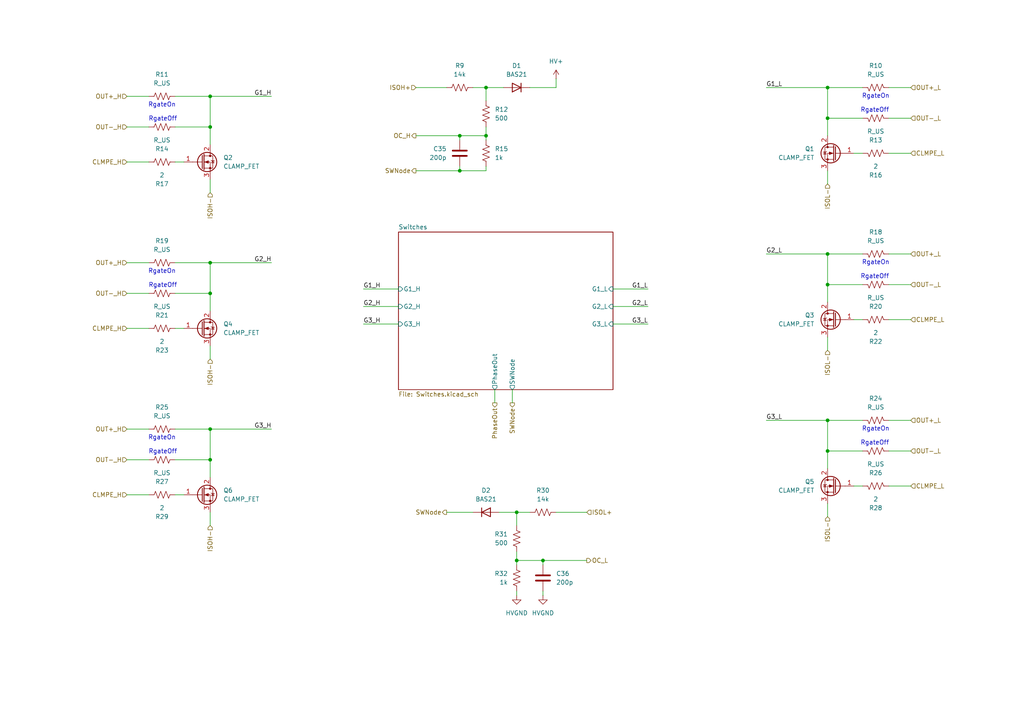
<source format=kicad_sch>
(kicad_sch (version 20250114) (generator "eeschema") (generator_version "9.0")
  (paper "A4")
  (lib_symbols
    (symbol "Device:C" (pin_numbers (hide yes)) (pin_names (offset 0.254))
      (property "Reference" "C" (at 0.635 2.54 0))
      (property "Value" "C" (at 0.635 -2.54 0))
      (symbol "C_0_1"
        (polyline (pts (xy -2.032 0.762) (xy 2.032 0.762)) (stroke (width 0.508)))
        (polyline (pts (xy -2.032 -0.762) (xy 2.032 -0.762)) (stroke (width 0.508)))
      )
      (symbol "C_1_1"
        (pin passive line (at 0 3.81 270) (length 2.794) (name "~") (number "1"))
        (pin passive line (at 0 -3.81 90) (length 2.794) (name "~") (number "2"))
      )
    )
    (symbol "Device:R_US" (pin_numbers (hide yes)) (pin_names (offset 0))
      (property "Reference" "R" (at 2.54 0 90))
      (property "Value" "R_US" (at -2.54 0 90))
      (symbol "R_US_0_1"
        (polyline (pts (xy 0 2.286) (xy 0 2.54)))
        (polyline (pts (xy 0 2.286) (xy 1.016 1.905) (xy 0 1.524) (xy -1.016 1.143) (xy 0 0.762)))
        (polyline (pts (xy 0 0.762) (xy 1.016 0.381) (xy 0 0) (xy -1.016 -0.381) (xy 0 -0.762)))
        (polyline (pts (xy 0 -0.762) (xy 1.016 -1.143) (xy 0 -1.524) (xy -1.016 -1.905) (xy 0 -2.286)))
        (polyline (pts (xy 0 -2.286) (xy 0 -2.54)))
      )
      (symbol "R_US_1_1"
        (pin passive line (at 0 3.81 270) (length 1.27) (name "~") (number "1"))
        (pin passive line (at 0 -3.81 90) (length 1.27) (name "~") (number "2"))
      )
    )
    (symbol "Diode:BAS21" (pin_numbers (hide yes)) (pin_names (hide yes))
      (property "Reference" "D" (at 0 2.54 0))
      (property "Value" "BAS21" (at 0 -2.54 0))
      (symbol "BAS21_0_1"
        (polyline (pts (xy -1.27 1.27) (xy -1.27 -1.27)) (stroke (width 0.254)))
        (polyline (pts (xy 1.27 1.27) (xy 1.27 -1.27) (xy -1.27 0) (xy 1.27 1.27)) (stroke (width 0.254)))
        (polyline (pts (xy 1.27 0) (xy -1.27 0)))
      )
      (symbol "BAS21_1_1"
        (pin passive line (at -3.81 0 0) (length 2.54) (name "K") (number "3"))
        (pin no_connect line (at -1.27 0 0) (length 2.54) (hide yes) (name "NC") (number "2"))
        (pin passive line (at 3.81 0 180) (length 2.54) (name "A") (number "1"))
      )
    )
    (symbol "Transistor_FET_Other:Q_NMOS_Depletion_GDS" (pin_names (offset 0) (hide yes))
      (property "Reference" "Q" (at 5.08 1.905 0))
      (property "Value" "Q_NMOS_Depletion_GDS" (at 5.08 0 0))
      (symbol "Q_NMOS_Depletion_GDS_0_1"
        (polyline (pts (xy 0.254 1.905) (xy 0.254 -1.905)) (stroke (width 0.254)))
        (polyline (pts (xy 0.254 0) (xy -2.54 0)))
        (polyline (pts (xy 0.762 2.286) (xy 0.762 -2.286)) (stroke (width 0.254)))
        (polyline (pts (xy 0.762 -1.778) (xy 3.302 -1.778) (xy 3.302 1.778) (xy 0.762 1.778)))
        (polyline (pts (xy 1.016 0) (xy 2.032 0.381) (xy 2.032 -0.381) (xy 1.016 0)) (fill (type outline)))
        (circle (center 1.651 0) (radius 2.794) (stroke (width 0.254)))
        (polyline (pts (xy 2.54 2.54) (xy 2.54 1.778)))
        (circle (center 2.54 1.778) (radius 0.254) (fill (type outline)))
        (circle (center 2.54 -1.778) (radius 0.254) (fill (type outline)))
        (polyline (pts (xy 2.54 -2.54) (xy 2.54 0) (xy 0.762 0)))
        (polyline (pts (xy 2.794 0.508) (xy 2.921 0.381) (xy 3.683 0.381) (xy 3.81 0.254)))
        (polyline (pts (xy 3.302 0.381) (xy 2.921 -0.254) (xy 3.683 -0.254) (xy 3.302 0.381)))
      )
      (symbol "Q_NMOS_Depletion_GDS_1_1"
        (pin input line (at -5.08 0 0) (length 2.54) (name "G") (number "1"))
        (pin passive line (at 2.54 5.08 270) (length 2.54) (name "D") (number "2"))
        (pin passive line (at 2.54 -5.08 90) (length 2.54) (name "S") (number "3"))
      )
    )
    (symbol "power:+24V" (power) (pin_numbers (hide yes)) (pin_names (offset 0) (hide yes))
      (property "Value" "+24V" (at 0 3.556 0))
      (symbol "+24V_0_1"
        (polyline (pts (xy -0.762 1.27) (xy 0 2.54)))
        (polyline (pts (xy 0 2.54) (xy 0.762 1.27)))
        (polyline (pts (xy 0 0) (xy 0 2.54)))
      )
      (symbol "+24V_1_1"
        (pin power_in line (at 0 0 90) (length 0) (name "~") (number "1"))
      )
    )
    (symbol "power:GND" (power) (pin_numbers (hide yes)) (pin_names (offset 0) (hide yes))
      (property "Value" "GND" (at 0 -3.81 0))
      (symbol "GND_0_1"
        (polyline (pts (xy 0 0) (xy 0 -1.27) (xy 1.27 -1.27) (xy 0 -2.54) (xy -1.27 -1.27) (xy 0 -1.27)))
      )
      (symbol "GND_1_1"
        (pin power_in line (at 0 0 270) (length 0) (name "~") (number "1"))
      )
    )
  )
  (text "RgateOn" (at 254 124.46 0) (effects (font (size 1.27 1.27))))
  (text "RgateOff" (at 47.244 34.544 0) (effects (font (size 1.27 1.27))))
  (text "RgateOn" (at 254 27.94 0) (effects (font (size 1.27 1.27))))
  (text "RgateOff" (at 47.244 131.064 0) (effects (font (size 1.27 1.27))))
  (text "RgateOff" (at 253.746 32.004 0) (effects (font (size 1.27 1.27))))
  (text "RgateOn" (at 46.99 30.48 0) (effects (font (size 1.27 1.27))))
  (text "RgateOn" (at 46.99 78.74 0) (effects (font (size 1.27 1.27))))
  (text "RgateOn" (at 254 76.2 0) (effects (font (size 1.27 1.27))))
  (text "RgateOff" (at 253.746 80.264 0) (effects (font (size 1.27 1.27))))
  (text "RgateOff" (at 253.746 128.524 0) (effects (font (size 1.27 1.27))))
  (text "RgateOn" (at 46.99 127 0) (effects (font (size 1.27 1.27))))
  (text "RgateOff" (at 47.244 82.804 0) (effects (font (size 1.27 1.27))))
  (junction (at 240.03 82.55))
  (junction (at 240.03 130.81))
  (junction (at 60.96 76.2))
  (junction (at 240.03 121.92))
  (junction (at 133.35 49.53))
  (junction (at 133.35 39.37))
  (junction (at 240.03 73.66))
  (junction (at 140.97 39.37))
  (junction (at 240.03 34.29))
  (junction (at 60.96 36.83))
  (junction (at 240.03 25.4))
  (junction (at 149.86 162.56))
  (junction (at 157.48 162.56))
  (junction (at 60.96 133.35))
  (junction (at 60.96 85.09))
  (junction (at 140.97 25.4))
  (junction (at 60.96 27.94))
  (junction (at 149.86 148.59))
  (junction (at 60.96 124.46))
  (wire (pts (xy 157.48 162.56) (xy 149.86 162.56)))
  (wire (pts (xy 36.83 95.25) (xy 43.18 95.25)))
  (wire (pts (xy 36.83 76.2) (xy 43.18 76.2)))
  (wire (pts (xy 140.97 36.83) (xy 140.97 39.37)))
  (wire (pts (xy 60.96 36.83) (xy 60.96 41.91)))
  (wire (pts (xy 149.86 148.59) (xy 144.78 148.59)))
  (wire (pts (xy 120.65 25.4) (xy 129.54 25.4)))
  (wire (pts (xy 240.03 73.66) (xy 240.03 82.55)))
  (wire (pts (xy 140.97 49.53) (xy 140.97 48.26)))
  (wire (pts (xy 240.03 130.81) (xy 240.03 135.89)))
  (wire (pts (xy 36.83 46.99) (xy 43.18 46.99)))
  (wire (pts (xy 264.16 73.66) (xy 257.81 73.66)))
  (wire (pts (xy 133.35 39.37) (xy 133.35 40.64)))
  (wire (pts (xy 36.83 85.09) (xy 43.18 85.09)))
  (wire (pts (xy 250.19 140.97) (xy 247.65 140.97)))
  (wire (pts (xy 105.41 93.98) (xy 115.57 93.98)))
  (wire (pts (xy 240.03 82.55) (xy 240.03 87.63)))
  (wire (pts (xy 222.25 121.92) (xy 240.03 121.92)))
  (wire (pts (xy 133.35 49.53) (xy 140.97 49.53)))
  (wire (pts (xy 50.8 76.2) (xy 60.96 76.2)))
  (wire (pts (xy 105.41 83.82) (xy 115.57 83.82)))
  (wire (pts (xy 170.18 162.56) (xy 157.48 162.56)))
  (wire (pts (xy 240.03 49.53) (xy 240.03 53.34)))
  (wire (pts (xy 60.96 76.2) (xy 60.96 85.09)))
  (wire (pts (xy 60.96 76.2) (xy 78.74 76.2)))
  (wire (pts (xy 264.16 34.29) (xy 257.81 34.29)))
  (wire (pts (xy 60.96 100.33) (xy 60.96 104.14)))
  (wire (pts (xy 120.65 49.53) (xy 133.35 49.53)))
  (wire (pts (xy 157.48 171.45) (xy 157.48 172.72)))
  (wire (pts (xy 50.8 27.94) (xy 60.96 27.94)))
  (wire (pts (xy 36.83 124.46) (xy 43.18 124.46)))
  (wire (pts (xy 120.65 39.37) (xy 133.35 39.37)))
  (wire (pts (xy 36.83 27.94) (xy 43.18 27.94)))
  (wire (pts (xy 50.8 95.25) (xy 53.34 95.25)))
  (wire (pts (xy 105.41 88.9) (xy 115.57 88.9)))
  (wire (pts (xy 60.96 148.59) (xy 60.96 152.4)))
  (wire (pts (xy 60.96 124.46) (xy 60.96 133.35)))
  (wire (pts (xy 133.35 39.37) (xy 140.97 39.37)))
  (wire (pts (xy 250.19 44.45) (xy 247.65 44.45)))
  (wire (pts (xy 36.83 143.51) (xy 43.18 143.51)))
  (wire (pts (xy 264.16 25.4) (xy 257.81 25.4)))
  (wire (pts (xy 240.03 25.4) (xy 240.03 34.29)))
  (wire (pts (xy 60.96 27.94) (xy 60.96 36.83)))
  (wire (pts (xy 170.18 148.59) (xy 161.29 148.59)))
  (wire (pts (xy 50.8 143.51) (xy 53.34 143.51)))
  (wire (pts (xy 60.96 133.35) (xy 60.96 138.43)))
  (wire (pts (xy 161.29 25.4) (xy 153.67 25.4)))
  (wire (pts (xy 149.86 172.72) (xy 149.86 171.45)))
  (wire (pts (xy 250.19 25.4) (xy 240.03 25.4)))
  (wire (pts (xy 149.86 160.02) (xy 149.86 162.56)))
  (wire (pts (xy 36.83 36.83) (xy 43.18 36.83)))
  (wire (pts (xy 149.86 163.83) (xy 149.86 162.56)))
  (wire (pts (xy 187.96 88.9) (xy 177.8 88.9)))
  (wire (pts (xy 240.03 121.92) (xy 240.03 130.81)))
  (wire (pts (xy 222.25 25.4) (xy 240.03 25.4)))
  (wire (pts (xy 60.96 124.46) (xy 78.74 124.46)))
  (wire (pts (xy 264.16 82.55) (xy 257.81 82.55)))
  (wire (pts (xy 148.59 113.03) (xy 148.59 116.84)))
  (wire (pts (xy 264.16 92.71) (xy 257.81 92.71)))
  (wire (pts (xy 222.25 73.66) (xy 240.03 73.66)))
  (wire (pts (xy 140.97 40.64) (xy 140.97 39.37)))
  (wire (pts (xy 149.86 148.59) (xy 149.86 152.4)))
  (wire (pts (xy 264.16 44.45) (xy 257.81 44.45)))
  (wire (pts (xy 60.96 52.07) (xy 60.96 55.88)))
  (wire (pts (xy 250.19 92.71) (xy 247.65 92.71)))
  (wire (pts (xy 264.16 130.81) (xy 257.81 130.81)))
  (wire (pts (xy 36.83 133.35) (xy 43.18 133.35)))
  (wire (pts (xy 264.16 140.97) (xy 257.81 140.97)))
  (wire (pts (xy 161.29 22.86) (xy 161.29 25.4)))
  (wire (pts (xy 187.96 93.98) (xy 177.8 93.98)))
  (wire (pts (xy 240.03 34.29) (xy 240.03 39.37)))
  (wire (pts (xy 250.19 73.66) (xy 240.03 73.66)))
  (wire (pts (xy 187.96 83.82) (xy 177.8 83.82)))
  (wire (pts (xy 50.8 36.83) (xy 60.96 36.83)))
  (wire (pts (xy 50.8 46.99) (xy 53.34 46.99)))
  (wire (pts (xy 240.03 97.79) (xy 240.03 101.6)))
  (wire (pts (xy 250.19 82.55) (xy 240.03 82.55)))
  (wire (pts (xy 153.67 148.59) (xy 149.86 148.59)))
  (wire (pts (xy 157.48 162.56) (xy 157.48 163.83)))
  (wire (pts (xy 50.8 133.35) (xy 60.96 133.35)))
  (wire (pts (xy 50.8 124.46) (xy 60.96 124.46)))
  (wire (pts (xy 137.16 25.4) (xy 140.97 25.4)))
  (wire (pts (xy 264.16 121.92) (xy 257.81 121.92)))
  (wire (pts (xy 60.96 85.09) (xy 60.96 90.17)))
  (wire (pts (xy 60.96 27.94) (xy 78.74 27.94)))
  (wire (pts (xy 133.35 48.26) (xy 133.35 49.53)))
  (wire (pts (xy 250.19 121.92) (xy 240.03 121.92)))
  (wire (pts (xy 140.97 25.4) (xy 140.97 29.21)))
  (wire (pts (xy 140.97 25.4) (xy 146.05 25.4)))
  (wire (pts (xy 50.8 85.09) (xy 60.96 85.09)))
  (wire (pts (xy 250.19 34.29) (xy 240.03 34.29)))
  (wire (pts (xy 137.16 148.59) (xy 129.54 148.59)))
  (wire (pts (xy 250.19 130.81) (xy 240.03 130.81)))
  (wire (pts (xy 143.51 113.03) (xy 143.51 116.84)))
  (wire (pts (xy 240.03 146.05) (xy 240.03 149.86)))
  (label "G1_L" (at 222.25 25.4 0))
  (label "G2_L" (at 187.96 88.9 180))
  (label "G2_L" (at 222.25 73.66 0))
  (label "G1_L" (at 187.96 83.82 180))
  (label "G3_H" (at 105.41 93.98 0))
  (label "G3_L" (at 222.25 121.92 0))
  (label "G3_L" (at 187.96 93.98 180))
  (label "G1_H" (at 105.41 83.82 0))
  (label "G2_H" (at 78.74 76.2 180))
  (label "G2_H" (at 105.41 88.9 0))
  (label "G3_H" (at 78.74 124.46 180))
  (label "G1_H" (at 78.74 27.94 180))
  (hierarchical_label "ISOL-" (shape input) (at 240.03 149.86 270))
  (hierarchical_label "SWNode" (shape output) (at 120.65 49.53 180))
  (hierarchical_label "CLMPE_H" (shape input) (at 36.83 95.25 180))
  (hierarchical_label "ISOL+" (shape input) (at 170.18 148.59 0))
  (hierarchical_label "OC_L" (shape output) (at 170.18 162.56 0))
  (hierarchical_label "SWNode" (shape output) (at 129.54 148.59 180))
  (hierarchical_label "OUT-_H" (shape input) (at 36.83 36.83 180))
  (hierarchical_label "OUT-_L" (shape input) (at 264.16 130.81 0))
  (hierarchical_label "CLMPE_H" (shape input) (at 36.83 143.51 180))
  (hierarchical_label "SWNode" (shape output) (at 148.59 116.84 270))
  (hierarchical_label "ISOH-" (shape input) (at 60.96 55.88 270))
  (hierarchical_label "CLMPE_H" (shape input) (at 36.83 46.99 180))
  (hierarchical_label "ISOH-" (shape input) (at 60.96 152.4 270))
  (hierarchical_label "ISOH-" (shape input) (at 60.96 104.14 270))
  (hierarchical_label "OC_H" (shape output) (at 120.65 39.37 180))
  (hierarchical_label "ISOH+" (shape input) (at 120.65 25.4 180))
  (hierarchical_label "OUT-_L" (shape input) (at 264.16 82.55 0))
  (hierarchical_label "OUT+_H" (shape input) (at 36.83 27.94 180))
  (hierarchical_label "OUT+_L" (shape input) (at 264.16 121.92 0))
  (hierarchical_label "OUT-_L" (shape input) (at 264.16 34.29 0))
  (hierarchical_label "CLMPE_L" (shape input) (at 264.16 44.45 0))
  (hierarchical_label "CLMPE_L" (shape input) (at 264.16 140.97 0))
  (hierarchical_label "OUT-_H" (shape input) (at 36.83 133.35 180))
  (hierarchical_label "OUT+_H" (shape input) (at 36.83 124.46 180))
  (hierarchical_label "PhaseOut" (shape output) (at 143.51 116.84 270))
  (hierarchical_label "ISOL-" (shape input) (at 240.03 53.34 270))
  (hierarchical_label "OUT+_H" (shape input) (at 36.83 76.2 180))
  (hierarchical_label "OUT+_L" (shape input) (at 264.16 73.66 0))
  (hierarchical_label "OUT+_L" (shape input) (at 264.16 25.4 0))
  (hierarchical_label "CLMPE_L" (shape input) (at 264.16 92.71 0))
  (hierarchical_label "ISOL-" (shape input) (at 240.03 101.6 270))
  (hierarchical_label "OUT-_H" (shape input) (at 36.83 85.09 180))
  (symbol (lib_id "Device:R_US") (at 254 140.97 90) (mirror x) (unit 1)
    (property "Reference" "R28" (at 254 147.32 90))
    (property "Value" "2" (at 254 144.78 90))
    (property "Footprint" "Resistor_SMD:R_0603_1608Metric" (effects (hide yes)))
    (property "Description" "Resistor, US symbol" (effects (hide yes)))
    (instances (project "TractionInverter" (path "" (reference "R28") (unit 1)) (path "" (reference "R112") (unit 1)) (path "" (reference "R68") (unit 1))))
  )
  (symbol (lib_id "Device:R_US") (at 254 73.66 90) (mirror x) (unit 1)
    (property "Reference" "R18" (at 254 67.31 90))
    (property "Value" "R_US" (at 254 69.85 90))
    (property "Footprint" "Resistor_SMD:R_0603_1608Metric" (effects (hide yes)))
    (property "Description" "Resistor, US symbol" (effects (hide yes)))
    (instances (project "TractionInverter" (path "" (reference "R18") (unit 1)) (path "" (reference "R102") (unit 1)) (path "" (reference "R58") (unit 1))))
  )
  (symbol (lib_id "power:GND") (at 157.48 172.72 0) (mirror y) (unit 1)
    (property "Reference" "#PWR038" (effects (hide yes)))
    (property "Value" "HVGND" (at 157.48 177.8 0))
    (property "Description" "Power symbol creates a global label with name \"GND\" , ground" (effects (hide yes)))
    (instances (project "TractionInverter" (path "" (reference "#PWR038") (unit 1)) (path "" (reference "#PWR0154") (unit 1)) (path "" (reference "#PWR089") (unit 1))))
  )
  (symbol (lib_id "Device:R_US") (at 149.86 156.21 0) (unit 1)
    (property "Reference" "R31" (at 147.32 154.9399 0) (effects (justify right)))
    (property "Value" "500" (at 147.32 157.4799 0) (effects (justify right)))
    (property "Footprint" "Resistor_SMD:R_0603_1608Metric" (effects (hide yes)))
    (property "Description" "Resistor, US symbol" (effects (hide yes)))
    (instances (project "TractionInverter" (path "" (reference "R31") (unit 1)) (path "" (reference "R115") (unit 1)) (path "" (reference "R71") (unit 1))))
  )
  (symbol (lib_id "power:GND") (at 149.86 172.72 0) (mirror y) (unit 1)
    (property "Reference" "#PWR037" (effects (hide yes)))
    (property "Value" "HVGND" (at 149.86 177.8 0))
    (property "Description" "Power symbol creates a global label with name \"GND\" , ground" (effects (hide yes)))
    (instances (project "TractionInverter" (path "" (reference "#PWR037") (unit 1)) (path "" (reference "#PWR0153") (unit 1)) (path "" (reference "#PWR088") (unit 1))))
  )
  (symbol (lib_id "Device:R_US") (at 157.48 148.59 90) (unit 1)
    (property "Reference" "R30" (at 157.48 142.24 90))
    (property "Value" "14k" (at 157.48 144.78 90))
    (property "Footprint" "Resistor_SMD:R_0603_1608Metric" (effects (hide yes)))
    (property "Description" "Resistor, US symbol" (effects (hide yes)))
    (instances (project "TractionInverter" (path "" (reference "R30") (unit 1)) (path "" (reference "R114") (unit 1)) (path "" (reference "R70") (unit 1))))
  )
  (symbol (lib_id "Device:R_US") (at 46.99 133.35 90) (unit 1)
    (property "Reference" "R27" (at 46.99 139.7 90))
    (property "Value" "R_US" (at 46.99 137.16 90))
    (property "Footprint" "Resistor_SMD:R_0603_1608Metric" (effects (hide yes)))
    (property "Description" "Resistor, US symbol" (effects (hide yes)))
    (instances (project "TractionInverter" (path "" (reference "R27") (unit 1)) (path "" (reference "R111") (unit 1)) (path "" (reference "R67") (unit 1))))
  )
  (symbol (lib_id "Device:R_US") (at 149.86 167.64 0) (unit 1)
    (property "Reference" "R32" (at 147.32 166.3699 0) (effects (justify right)))
    (property "Value" "1k" (at 147.32 168.9099 0) (effects (justify right)))
    (property "Footprint" "Resistor_SMD:R_0603_1608Metric" (effects (hide yes)))
    (property "Description" "Resistor, US symbol" (effects (hide yes)))
    (instances (project "TractionInverter" (path "" (reference "R32") (unit 1)) (path "" (reference "R116") (unit 1)) (path "" (reference "R72") (unit 1))))
  )
  (symbol (lib_id "Device:R_US") (at 46.99 27.94 270) (unit 1)
    (property "Reference" "R11" (at 46.99 21.59 90))
    (property "Value" "R_US" (at 46.99 24.13 90))
    (property "Footprint" "Resistor_SMD:R_0603_1608Metric" (effects (hide yes)))
    (property "Description" "Resistor, US symbol" (effects (hide yes)))
    (instances (project "TractionInverter" (path "" (reference "R11") (unit 1)) (path "" (reference "R95") (unit 1)) (path "" (reference "R51") (unit 1))))
  )
  (symbol (lib_id "Device:R_US") (at 133.35 25.4 90) (unit 1)
    (property "Reference" "R9" (at 133.35 19.05 90))
    (property "Value" "14k" (at 133.35 21.59 90))
    (property "Footprint" "Resistor_SMD:R_0603_1608Metric" (effects (hide yes)))
    (property "Description" "Resistor, US symbol" (effects (hide yes)))
    (instances (project "TractionInverter" (path "" (reference "R9") (unit 1)) (path "" (reference "R93") (unit 1)) (path "" (reference "R49") (unit 1))))
  )
  (symbol (lib_id "Device:R_US") (at 254 121.92 90) (mirror x) (unit 1)
    (property "Reference" "R24" (at 254 115.57 90))
    (property "Value" "R_US" (at 254 118.11 90))
    (property "Footprint" "Resistor_SMD:R_0603_1608Metric" (effects (hide yes)))
    (property "Description" "Resistor, US symbol" (effects (hide yes)))
    (instances (project "TractionInverter" (path "" (reference "R24") (unit 1)) (path "" (reference "R108") (unit 1)) (path "" (reference "R64") (unit 1))))
  )
  (symbol (lib_id "Device:R_US") (at 46.99 95.25 270) (unit 1)
    (property "Reference" "R23" (at 46.99 101.6 90))
    (property "Value" "2" (at 46.99 99.06 90))
    (property "Footprint" "Resistor_SMD:R_0603_1608Metric" (effects (hide yes)))
    (property "Description" "Resistor, US symbol" (effects (hide yes)))
    (instances (project "TractionInverter" (path "" (reference "R23") (unit 1)) (path "" (reference "R107") (unit 1)) (path "" (reference "R63") (unit 1))))
  )
  (symbol (lib_id "Device:R_US") (at 46.99 143.51 270) (unit 1)
    (property "Reference" "R29" (at 46.99 149.86 90))
    (property "Value" "2" (at 46.99 147.32 90))
    (property "Footprint" "Resistor_SMD:R_0603_1608Metric" (effects (hide yes)))
    (property "Description" "Resistor, US symbol" (effects (hide yes)))
    (instances (project "TractionInverter" (path "" (reference "R29") (unit 1)) (path "" (reference "R113") (unit 1)) (path "" (reference "R69") (unit 1))))
  )
  (symbol (lib_id "Diode:BAS21") (at 140.97 148.59 0) (unit 1)
    (property "Reference" "D2" (at 140.97 142.24 0))
    (property "Value" "BAS21" (at 140.97 144.78 0))
    (property "Footprint" "Package_TO_SOT_SMD:SOT-23" (effects (hide yes)))
    (property "Datasheet" "https://www.diodes.com/assets/Datasheets/Ds12004.pdf" (effects (hide yes)))
    (property "Description" "250V, 0.4A, High-speed Switching Diode, SOT-23" (effects (hide yes)))
    (instances (project "TractionInverter" (path "" (reference "D2") (unit 1)) (path "" (reference "D28") (unit 1)) (path "" (reference "D16") (unit 1))))
  )
  (symbol (lib_id "Diode:BAS21") (at 149.86 25.4 180) (unit 1)
    (property "Reference" "D1" (at 149.86 19.05 0))
    (property "Value" "BAS21" (at 149.86 21.59 0))
    (property "Footprint" "Package_TO_SOT_SMD:SOT-23" (effects (hide yes)))
    (property "Datasheet" "https://www.diodes.com/assets/Datasheets/Ds12004.pdf" (effects (hide yes)))
    (property "Description" "250V, 0.4A, High-speed Switching Diode, SOT-23" (effects (hide yes)))
    (instances (project "TractionInverter" (path "" (reference "D1") (unit 1)) (path "" (reference "D27") (unit 1)) (path "" (reference "D15") (unit 1))))
  )
  (symbol (lib_id "Device:R_US") (at 46.99 46.99 270) (unit 1)
    (property "Reference" "R17" (at 46.99 53.34 90))
    (property "Value" "2" (at 46.99 50.8 90))
    (property "Footprint" "Resistor_SMD:R_0603_1608Metric" (effects (hide yes)))
    (property "Description" "Resistor, US symbol" (effects (hide yes)))
    (instances (project "TractionInverter" (path "" (reference "R17") (unit 1)) (path "" (reference "R101") (unit 1)) (path "" (reference "R57") (unit 1))))
  )
  (symbol (lib_id "Device:R_US") (at 140.97 44.45 0) (unit 1)
    (property "Reference" "R15" (at 143.51 43.1799 0) (effects (justify left)))
    (property "Value" "1k" (at 143.51 45.7199 0) (effects (justify left)))
    (property "Footprint" "Resistor_SMD:R_0603_1608Metric" (effects (hide yes)))
    (property "Description" "Resistor, US symbol" (effects (hide yes)))
    (instances (project "TractionInverter" (path "" (reference "R15") (unit 1)) (path "" (reference "R99") (unit 1)) (path "" (reference "R55") (unit 1))))
  )
  (symbol (lib_id "Device:R_US") (at 254 25.4 90) (mirror x) (unit 1)
    (property "Reference" "R10" (at 254 19.05 90))
    (property "Value" "R_US" (at 254 21.59 90))
    (property "Footprint" "Resistor_SMD:R_0603_1608Metric" (effects (hide yes)))
    (property "Description" "Resistor, US symbol" (effects (hide yes)))
    (instances (project "TractionInverter" (path "" (reference "R10") (unit 1)) (path "" (reference "R94") (unit 1)) (path "" (reference "R50") (unit 1))))
  )
  (symbol (lib_id "Device:R_US") (at 254 130.81 270) (mirror x) (unit 1)
    (property "Reference" "R26" (at 254 137.16 90))
    (property "Value" "R_US" (at 254 134.62 90))
    (property "Footprint" "Resistor_SMD:R_0603_1608Metric" (effects (hide yes)))
    (property "Description" "Resistor, US symbol" (effects (hide yes)))
    (instances (project "TractionInverter" (path "" (reference "R26") (unit 1)) (path "" (reference "R110") (unit 1)) (path "" (reference "R66") (unit 1))))
  )
  (symbol (lib_id "Transistor_FET_Other:Q_NMOS_Depletion_GDS") (at 242.57 44.45 0) (mirror y) (unit 1)
    (property "Reference" "Q1" (at 236.22 43.1799 0) (effects (justify left)))
    (property "Value" "CLAMP_FET" (at 236.22 45.7199 0) (effects (justify left)))
    (property "Footprint" "Package_TO_SOT_SMD:TO-252-2" (effects (hide yes)))
    (property "Description" "Depletion-mode N-channel MOSFET gate/drain/source" (effects (hide yes)))
    (instances (project "TractionInverter" (path "" (reference "Q1") (unit 1)) (path "" (reference "Q25") (unit 1)) (path "" (reference "Q13") (unit 1))))
  )
  (symbol (lib_id "Transistor_FET_Other:Q_NMOS_Depletion_GDS") (at 242.57 92.71 0) (mirror y) (unit 1)
    (property "Reference" "Q3" (at 236.22 91.4399 0) (effects (justify left)))
    (property "Value" "CLAMP_FET" (at 236.22 93.9799 0) (effects (justify left)))
    (property "Footprint" "Package_TO_SOT_SMD:TO-252-2" (effects (hide yes)))
    (property "Description" "Depletion-mode N-channel MOSFET gate/drain/source" (effects (hide yes)))
    (instances (project "TractionInverter" (path "" (reference "Q3") (unit 1)) (path "" (reference "Q27") (unit 1)) (path "" (reference "Q15") (unit 1))))
  )
  (symbol (lib_id "Device:R_US") (at 254 82.55 270) (mirror x) (unit 1)
    (property "Reference" "R20" (at 254 88.9 90))
    (property "Value" "R_US" (at 254 86.36 90))
    (property "Footprint" "Resistor_SMD:R_0603_1608Metric" (effects (hide yes)))
    (property "Description" "Resistor, US symbol" (effects (hide yes)))
    (instances (project "TractionInverter" (path "" (reference "R20") (unit 1)) (path "" (reference "R104") (unit 1)) (path "" (reference "R60") (unit 1))))
  )
  (symbol (lib_id "Device:R_US") (at 46.99 36.83 90) (unit 1)
    (property "Reference" "R14" (at 46.99 43.18 90))
    (property "Value" "R_US" (at 46.99 40.64 90))
    (property "Footprint" "Resistor_SMD:R_0603_1608Metric" (effects (hide yes)))
    (property "Description" "Resistor, US symbol" (effects (hide yes)))
    (instances (project "TractionInverter" (path "" (reference "R14") (unit 1)) (path "" (reference "R98") (unit 1)) (path "" (reference "R54") (unit 1))))
  )
  (symbol (lib_id "Device:C") (at 157.48 167.64 0) (unit 1)
    (property "Reference" "C36" (at 161.29 166.3699 0) (effects (justify left)))
    (property "Value" "200p" (at 161.29 168.9099 0) (effects (justify left)))
    (property "Footprint" "Capacitor_SMD:C_0603_1608Metric" (effects (hide yes)))
    (property "Description" "Unpolarized capacitor" (effects (hide yes)))
    (instances (project "TractionInverter" (path "" (reference "C36") (unit 1)) (path "" (reference "C118") (unit 1)) (path "" (reference "C72") (unit 1))))
  )
  (symbol (lib_id "Device:R_US") (at 46.99 76.2 270) (unit 1)
    (property "Reference" "R19" (at 46.99 69.85 90))
    (property "Value" "R_US" (at 46.99 72.39 90))
    (property "Footprint" "Resistor_SMD:R_0603_1608Metric" (effects (hide yes)))
    (property "Description" "Resistor, US symbol" (effects (hide yes)))
    (instances (project "TractionInverter" (path "" (reference "R19") (unit 1)) (path "" (reference "R103") (unit 1)) (path "" (reference "R59") (unit 1))))
  )
  (symbol (lib_id "Device:R_US") (at 254 44.45 90) (mirror x) (unit 1)
    (property "Reference" "R16" (at 254 50.8 90))
    (property "Value" "2" (at 254 48.26 90))
    (property "Footprint" "Resistor_SMD:R_0603_1608Metric" (effects (hide yes)))
    (property "Description" "Resistor, US symbol" (effects (hide yes)))
    (instances (project "TractionInverter" (path "" (reference "R16") (unit 1)) (path "" (reference "R100") (unit 1)) (path "" (reference "R56") (unit 1))))
  )
  (symbol (lib_id "Device:R_US") (at 46.99 124.46 270) (unit 1)
    (property "Reference" "R25" (at 46.99 118.11 90))
    (property "Value" "R_US" (at 46.99 120.65 90))
    (property "Footprint" "Resistor_SMD:R_0603_1608Metric" (effects (hide yes)))
    (property "Description" "Resistor, US symbol" (effects (hide yes)))
    (instances (project "TractionInverter" (path "" (reference "R25") (unit 1)) (path "" (reference "R109") (unit 1)) (path "" (reference "R65") (unit 1))))
  )
  (symbol (lib_id "Device:R_US") (at 46.99 85.09 90) (unit 1)
    (property "Reference" "R21" (at 46.99 91.44 90))
    (property "Value" "R_US" (at 46.99 88.9 90))
    (property "Footprint" "Resistor_SMD:R_0603_1608Metric" (effects (hide yes)))
    (property "Description" "Resistor, US symbol" (effects (hide yes)))
    (instances (project "TractionInverter" (path "" (reference "R21") (unit 1)) (path "" (reference "R105") (unit 1)) (path "" (reference "R61") (unit 1))))
  )
  (symbol (lib_id "Transistor_FET_Other:Q_NMOS_Depletion_GDS") (at 58.42 95.25 0) (unit 1)
    (property "Reference" "Q4" (at 64.77 93.9799 0) (effects (justify left)))
    (property "Value" "CLAMP_FET" (at 64.77 96.5199 0) (effects (justify left)))
    (property "Footprint" "Package_TO_SOT_SMD:TO-252-2" (effects (hide yes)))
    (property "Description" "Depletion-mode N-channel MOSFET gate/drain/source" (effects (hide yes)))
    (instances (project "TractionInverter" (path "" (reference "Q4") (unit 1)) (path "" (reference "Q28") (unit 1)) (path "" (reference "Q16") (unit 1))))
  )
  (symbol (lib_id "Transistor_FET_Other:Q_NMOS_Depletion_GDS") (at 58.42 143.51 0) (unit 1)
    (property "Reference" "Q6" (at 64.77 142.2399 0) (effects (justify left)))
    (property "Value" "CLAMP_FET" (at 64.77 144.7799 0) (effects (justify left)))
    (property "Footprint" "Package_TO_SOT_SMD:TO-252-2" (effects (hide yes)))
    (property "Description" "Depletion-mode N-channel MOSFET gate/drain/source" (effects (hide yes)))
    (instances (project "TractionInverter" (path "" (reference "Q6") (unit 1)) (path "" (reference "Q30") (unit 1)) (path "" (reference "Q18") (unit 1))))
  )
  (symbol (lib_id "Device:R_US") (at 254 92.71 90) (mirror x) (unit 1)
    (property "Reference" "R22" (at 254 99.06 90))
    (property "Value" "2" (at 254 96.52 90))
    (property "Footprint" "Resistor_SMD:R_0603_1608Metric" (effects (hide yes)))
    (property "Description" "Resistor, US symbol" (effects (hide yes)))
    (instances (project "TractionInverter" (path "" (reference "R22") (unit 1)) (path "" (reference "R106") (unit 1)) (path "" (reference "R62") (unit 1))))
  )
  (symbol (lib_id "Device:R_US") (at 254 34.29 270) (mirror x) (unit 1)
    (property "Reference" "R13" (at 254 40.64 90))
    (property "Value" "R_US" (at 254 38.1 90))
    (property "Footprint" "Resistor_SMD:R_0603_1608Metric" (effects (hide yes)))
    (property "Description" "Resistor, US symbol" (effects (hide yes)))
    (instances (project "TractionInverter" (path "" (reference "R13") (unit 1)) (path "" (reference "R97") (unit 1)) (path "" (reference "R53") (unit 1))))
  )
  (symbol (lib_id "Device:R_US") (at 140.97 33.02 0) (unit 1)
    (property "Reference" "R12" (at 143.51 31.7499 0) (effects (justify left)))
    (property "Value" "500" (at 143.51 34.2899 0) (effects (justify left)))
    (property "Footprint" "Resistor_SMD:R_0603_1608Metric" (effects (hide yes)))
    (property "Description" "Resistor, US symbol" (effects (hide yes)))
    (instances (project "TractionInverter" (path "" (reference "R12") (unit 1)) (path "" (reference "R96") (unit 1)) (path "" (reference "R52") (unit 1))))
  )
  (symbol (lib_id "Transistor_FET_Other:Q_NMOS_Depletion_GDS") (at 242.57 140.97 0) (mirror y) (unit 1)
    (property "Reference" "Q5" (at 236.22 139.6999 0) (effects (justify left)))
    (property "Value" "CLAMP_FET" (at 236.22 142.2399 0) (effects (justify left)))
    (property "Footprint" "Package_TO_SOT_SMD:TO-252-2" (effects (hide yes)))
    (property "Description" "Depletion-mode N-channel MOSFET gate/drain/source" (effects (hide yes)))
    (instances (project "TractionInverter" (path "" (reference "Q5") (unit 1)) (path "" (reference "Q29") (unit 1)) (path "" (reference "Q17") (unit 1))))
  )
  (symbol (lib_id "power:+24V") (at 161.29 22.86 0) (unit 1)
    (property "Reference" "#PWR036" (effects (hide yes)))
    (property "Value" "HV+" (at 161.29 17.78 0))
    (property "Description" "Power symbol creates a global label with name \"+24V\"" (effects (hide yes)))
    (instances (project "" (path "" (reference "#PWR036") (unit 1)) (path "" (reference "#PWR0152") (unit 1)) (path "" (reference "#PWR087") (unit 1))))
  )
  (symbol (lib_id "Transistor_FET_Other:Q_NMOS_Depletion_GDS") (at 58.42 46.99 0) (unit 1)
    (property "Reference" "Q2" (at 64.77 45.7199 0) (effects (justify left)))
    (property "Value" "CLAMP_FET" (at 64.77 48.2599 0) (effects (justify left)))
    (property "Footprint" "Package_TO_SOT_SMD:TO-252-2" (effects (hide yes)))
    (property "Description" "Depletion-mode N-channel MOSFET gate/drain/source" (effects (hide yes)))
    (instances (project "TractionInverter" (path "" (reference "Q2") (unit 1)) (path "" (reference "Q26") (unit 1)) (path "" (reference "Q14") (unit 1))))
  )
  (symbol (lib_id "Device:C") (at 133.35 44.45 0) (mirror y) (unit 1)
    (property "Reference" "C35" (at 129.54 43.1799 0) (effects (justify left)))
    (property "Value" "200p" (at 129.54 45.7199 0) (effects (justify left)))
    (property "Footprint" "Capacitor_SMD:C_0603_1608Metric" (effects (hide yes)))
    (property "Description" "Unpolarized capacitor" (effects (hide yes)))
    (instances (project "TractionInverter" (path "" (reference "C35") (unit 1)) (path "" (reference "C117") (unit 1)) (path "" (reference "C71") (unit 1))))
  )
  (sheet (at 115.57 67.31) (size 62.23 45.72) (stroke (width 0.1524))
    (property "Sheetname" "Switches" (at 115.57 66.5984 0) (effects (justify left bottom)))
    (property "Sheetfile" "Switches.kicad_sch" (at 115.57 113.6146 0) (effects (justify left top)))
    (pin "G1_H" input (at 115.57 83.82 180))
    (pin "G1_L" input (at 177.8 83.82 0))
    (pin "G2_H" input (at 115.57 88.9 180))
    (pin "G2_L" input (at 177.8 88.9 0))
    (pin "G3_H" input (at 115.57 93.98 180))
    (pin "G3_L" input (at 177.8 93.98 0))
    (pin "PhaseOut" output (at 143.51 113.03 270))
    (pin "SWNode" output (at 148.59 113.03 270))
  )
)
</source>
